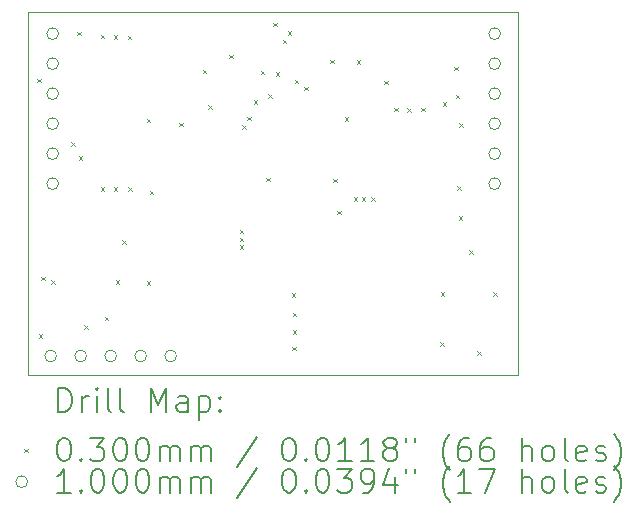
<source format=gbr>
%TF.GenerationSoftware,KiCad,Pcbnew,8.0.4*%
%TF.CreationDate,2025-01-10T16:33:53-05:00*%
%TF.ProjectId,X17-Data-Conversion,5831372d-4461-4746-912d-436f6e766572,rev?*%
%TF.SameCoordinates,Original*%
%TF.FileFunction,Drillmap*%
%TF.FilePolarity,Positive*%
%FSLAX45Y45*%
G04 Gerber Fmt 4.5, Leading zero omitted, Abs format (unit mm)*
G04 Created by KiCad (PCBNEW 8.0.4) date 2025-01-10 16:33:53*
%MOMM*%
%LPD*%
G01*
G04 APERTURE LIST*
%ADD10C,0.050000*%
%ADD11C,0.200000*%
%ADD12C,0.100000*%
G04 APERTURE END LIST*
D10*
X14075000Y-6600000D02*
X18225000Y-6600000D01*
X18225000Y-9671000D01*
X14075000Y-9671000D01*
X14075000Y-6600000D01*
D11*
D12*
X14156000Y-7164000D02*
X14186000Y-7194000D01*
X14186000Y-7164000D02*
X14156000Y-7194000D01*
X14168000Y-9328000D02*
X14198000Y-9358000D01*
X14198000Y-9328000D02*
X14168000Y-9358000D01*
X14190018Y-8841179D02*
X14220018Y-8871179D01*
X14220018Y-8841179D02*
X14190018Y-8871179D01*
X14271000Y-8872000D02*
X14301000Y-8902000D01*
X14301000Y-8872000D02*
X14271000Y-8902000D01*
X14443000Y-7705000D02*
X14473000Y-7735000D01*
X14473000Y-7705000D02*
X14443000Y-7735000D01*
X14495000Y-6768000D02*
X14525000Y-6798000D01*
X14525000Y-6768000D02*
X14495000Y-6798000D01*
X14506000Y-7820000D02*
X14536000Y-7850000D01*
X14536000Y-7820000D02*
X14506000Y-7850000D01*
X14552000Y-9254000D02*
X14582000Y-9284000D01*
X14582000Y-9254000D02*
X14552000Y-9284000D01*
X14691000Y-8085000D02*
X14721000Y-8115000D01*
X14721000Y-8085000D02*
X14691000Y-8115000D01*
X14693000Y-6794000D02*
X14723000Y-6824000D01*
X14723000Y-6794000D02*
X14693000Y-6824000D01*
X14726000Y-9181000D02*
X14756000Y-9211000D01*
X14756000Y-9181000D02*
X14726000Y-9211000D01*
X14801000Y-6798000D02*
X14831000Y-6828000D01*
X14831000Y-6798000D02*
X14801000Y-6828000D01*
X14802000Y-8086000D02*
X14832000Y-8116000D01*
X14832000Y-8086000D02*
X14802000Y-8116000D01*
X14819000Y-8871000D02*
X14849000Y-8901000D01*
X14849000Y-8871000D02*
X14819000Y-8901000D01*
X14871750Y-8531000D02*
X14901750Y-8561000D01*
X14901750Y-8531000D02*
X14871750Y-8561000D01*
X14920000Y-6800000D02*
X14950000Y-6830000D01*
X14950000Y-6800000D02*
X14920000Y-6830000D01*
X14925000Y-8086000D02*
X14955000Y-8116000D01*
X14955000Y-8086000D02*
X14925000Y-8116000D01*
X15081000Y-7503000D02*
X15111000Y-7533000D01*
X15111000Y-7503000D02*
X15081000Y-7533000D01*
X15083000Y-8880000D02*
X15113000Y-8910000D01*
X15113000Y-8880000D02*
X15083000Y-8910000D01*
X15105000Y-8113000D02*
X15135000Y-8143000D01*
X15135000Y-8113000D02*
X15105000Y-8143000D01*
X15358530Y-7536530D02*
X15388530Y-7566530D01*
X15388530Y-7536530D02*
X15358530Y-7566530D01*
X15556000Y-7089000D02*
X15586000Y-7119000D01*
X15586000Y-7089000D02*
X15556000Y-7119000D01*
X15601000Y-7389700D02*
X15631000Y-7419700D01*
X15631000Y-7389700D02*
X15601000Y-7419700D01*
X15780000Y-6963000D02*
X15810000Y-6993000D01*
X15810000Y-6963000D02*
X15780000Y-6993000D01*
X15867000Y-8574000D02*
X15897000Y-8604000D01*
X15897000Y-8574000D02*
X15867000Y-8604000D01*
X15868000Y-8443000D02*
X15898000Y-8473000D01*
X15898000Y-8443000D02*
X15868000Y-8473000D01*
X15868000Y-8510000D02*
X15898000Y-8540000D01*
X15898000Y-8510000D02*
X15868000Y-8540000D01*
X15892000Y-7561000D02*
X15922000Y-7591000D01*
X15922000Y-7561000D02*
X15892000Y-7591000D01*
X15933300Y-7488000D02*
X15963300Y-7518000D01*
X15963300Y-7488000D02*
X15933300Y-7518000D01*
X15986944Y-7349056D02*
X16016944Y-7379056D01*
X16016944Y-7349056D02*
X15986944Y-7379056D01*
X16046000Y-7096000D02*
X16076000Y-7126000D01*
X16076000Y-7096000D02*
X16046000Y-7126000D01*
X16092000Y-8003000D02*
X16122000Y-8033000D01*
X16122000Y-8003000D02*
X16092000Y-8033000D01*
X16111930Y-7296700D02*
X16141930Y-7326700D01*
X16141930Y-7296700D02*
X16111930Y-7326700D01*
X16153000Y-6692000D02*
X16183000Y-6722000D01*
X16183000Y-6692000D02*
X16153000Y-6722000D01*
X16173535Y-7111500D02*
X16203535Y-7141500D01*
X16203535Y-7111500D02*
X16173535Y-7141500D01*
X16234000Y-6834000D02*
X16264000Y-6864000D01*
X16264000Y-6834000D02*
X16234000Y-6864000D01*
X16275009Y-6765310D02*
X16305009Y-6795310D01*
X16305009Y-6765310D02*
X16275009Y-6795310D01*
X16310700Y-8982826D02*
X16340700Y-9012826D01*
X16340700Y-8982826D02*
X16310700Y-9012826D01*
X16314000Y-9433000D02*
X16344000Y-9463000D01*
X16344000Y-9433000D02*
X16314000Y-9463000D01*
X16316000Y-9148000D02*
X16346000Y-9178000D01*
X16346000Y-9148000D02*
X16316000Y-9178000D01*
X16316000Y-9293000D02*
X16346000Y-9323000D01*
X16346000Y-9293000D02*
X16316000Y-9323000D01*
X16335000Y-7174200D02*
X16365000Y-7204200D01*
X16365000Y-7174200D02*
X16335000Y-7204200D01*
X16413000Y-7234000D02*
X16443000Y-7264000D01*
X16443000Y-7234000D02*
X16413000Y-7264000D01*
X16637000Y-7006000D02*
X16667000Y-7036000D01*
X16667000Y-7006000D02*
X16637000Y-7036000D01*
X16659000Y-8012000D02*
X16689000Y-8042000D01*
X16689000Y-8012000D02*
X16659000Y-8042000D01*
X16694000Y-8282000D02*
X16724000Y-8312000D01*
X16724000Y-8282000D02*
X16694000Y-8312000D01*
X16757000Y-7491700D02*
X16787000Y-7521700D01*
X16787000Y-7491700D02*
X16757000Y-7521700D01*
X16833000Y-8170000D02*
X16863000Y-8200000D01*
X16863000Y-8170000D02*
X16833000Y-8200000D01*
X16858000Y-7011000D02*
X16888000Y-7041000D01*
X16888000Y-7011000D02*
X16858000Y-7041000D01*
X16900000Y-8171000D02*
X16930000Y-8201000D01*
X16930000Y-8171000D02*
X16900000Y-8201000D01*
X16980000Y-8169000D02*
X17010000Y-8199000D01*
X17010000Y-8169000D02*
X16980000Y-8199000D01*
X17090500Y-7180500D02*
X17120500Y-7210500D01*
X17120500Y-7180500D02*
X17090500Y-7210500D01*
X17177000Y-7410000D02*
X17207000Y-7440000D01*
X17207000Y-7410000D02*
X17177000Y-7440000D01*
X17288000Y-7416000D02*
X17318000Y-7446000D01*
X17318000Y-7416000D02*
X17288000Y-7446000D01*
X17404000Y-7412000D02*
X17434000Y-7442000D01*
X17434000Y-7412000D02*
X17404000Y-7442000D01*
X17567700Y-9395926D02*
X17597700Y-9425926D01*
X17597700Y-9395926D02*
X17567700Y-9425926D01*
X17571700Y-8972068D02*
X17601700Y-9002068D01*
X17601700Y-8972068D02*
X17571700Y-9002068D01*
X17587000Y-7366300D02*
X17617000Y-7396300D01*
X17617000Y-7366300D02*
X17587000Y-7396300D01*
X17687000Y-7063000D02*
X17717000Y-7093000D01*
X17717000Y-7063000D02*
X17687000Y-7093000D01*
X17699000Y-7299000D02*
X17729000Y-7329000D01*
X17729000Y-7299000D02*
X17699000Y-7329000D01*
X17712000Y-8077000D02*
X17742000Y-8107000D01*
X17742000Y-8077000D02*
X17712000Y-8107000D01*
X17723000Y-8330000D02*
X17753000Y-8360000D01*
X17753000Y-8330000D02*
X17723000Y-8360000D01*
X17726000Y-7541000D02*
X17756000Y-7571000D01*
X17756000Y-7541000D02*
X17726000Y-7571000D01*
X17814000Y-8618000D02*
X17844000Y-8648000D01*
X17844000Y-8618000D02*
X17814000Y-8648000D01*
X17881700Y-9473826D02*
X17911700Y-9503826D01*
X17911700Y-9473826D02*
X17881700Y-9503826D01*
X18016500Y-8971500D02*
X18046500Y-9001500D01*
X18046500Y-8971500D02*
X18016500Y-9001500D01*
X14318000Y-9512000D02*
G75*
G02*
X14218000Y-9512000I-50000J0D01*
G01*
X14218000Y-9512000D02*
G75*
G02*
X14318000Y-9512000I50000J0D01*
G01*
X14334750Y-6784000D02*
G75*
G02*
X14234750Y-6784000I-50000J0D01*
G01*
X14234750Y-6784000D02*
G75*
G02*
X14334750Y-6784000I50000J0D01*
G01*
X14334750Y-7038000D02*
G75*
G02*
X14234750Y-7038000I-50000J0D01*
G01*
X14234750Y-7038000D02*
G75*
G02*
X14334750Y-7038000I50000J0D01*
G01*
X14334750Y-7292000D02*
G75*
G02*
X14234750Y-7292000I-50000J0D01*
G01*
X14234750Y-7292000D02*
G75*
G02*
X14334750Y-7292000I50000J0D01*
G01*
X14334750Y-7546000D02*
G75*
G02*
X14234750Y-7546000I-50000J0D01*
G01*
X14234750Y-7546000D02*
G75*
G02*
X14334750Y-7546000I50000J0D01*
G01*
X14334750Y-7800000D02*
G75*
G02*
X14234750Y-7800000I-50000J0D01*
G01*
X14234750Y-7800000D02*
G75*
G02*
X14334750Y-7800000I50000J0D01*
G01*
X14334750Y-8054000D02*
G75*
G02*
X14234750Y-8054000I-50000J0D01*
G01*
X14234750Y-8054000D02*
G75*
G02*
X14334750Y-8054000I50000J0D01*
G01*
X14572000Y-9512000D02*
G75*
G02*
X14472000Y-9512000I-50000J0D01*
G01*
X14472000Y-9512000D02*
G75*
G02*
X14572000Y-9512000I50000J0D01*
G01*
X14826000Y-9512000D02*
G75*
G02*
X14726000Y-9512000I-50000J0D01*
G01*
X14726000Y-9512000D02*
G75*
G02*
X14826000Y-9512000I50000J0D01*
G01*
X15080000Y-9512000D02*
G75*
G02*
X14980000Y-9512000I-50000J0D01*
G01*
X14980000Y-9512000D02*
G75*
G02*
X15080000Y-9512000I50000J0D01*
G01*
X15334000Y-9512000D02*
G75*
G02*
X15234000Y-9512000I-50000J0D01*
G01*
X15234000Y-9512000D02*
G75*
G02*
X15334000Y-9512000I50000J0D01*
G01*
X18077250Y-6784000D02*
G75*
G02*
X17977250Y-6784000I-50000J0D01*
G01*
X17977250Y-6784000D02*
G75*
G02*
X18077250Y-6784000I50000J0D01*
G01*
X18077250Y-7038000D02*
G75*
G02*
X17977250Y-7038000I-50000J0D01*
G01*
X17977250Y-7038000D02*
G75*
G02*
X18077250Y-7038000I50000J0D01*
G01*
X18077250Y-7292000D02*
G75*
G02*
X17977250Y-7292000I-50000J0D01*
G01*
X17977250Y-7292000D02*
G75*
G02*
X18077250Y-7292000I50000J0D01*
G01*
X18077250Y-7546000D02*
G75*
G02*
X17977250Y-7546000I-50000J0D01*
G01*
X17977250Y-7546000D02*
G75*
G02*
X18077250Y-7546000I50000J0D01*
G01*
X18077250Y-7800000D02*
G75*
G02*
X17977250Y-7800000I-50000J0D01*
G01*
X17977250Y-7800000D02*
G75*
G02*
X18077250Y-7800000I50000J0D01*
G01*
X18077250Y-8054000D02*
G75*
G02*
X17977250Y-8054000I-50000J0D01*
G01*
X17977250Y-8054000D02*
G75*
G02*
X18077250Y-8054000I50000J0D01*
G01*
D11*
X14333277Y-9984984D02*
X14333277Y-9784984D01*
X14333277Y-9784984D02*
X14380896Y-9784984D01*
X14380896Y-9784984D02*
X14409467Y-9794508D01*
X14409467Y-9794508D02*
X14428515Y-9813555D01*
X14428515Y-9813555D02*
X14438039Y-9832603D01*
X14438039Y-9832603D02*
X14447562Y-9870698D01*
X14447562Y-9870698D02*
X14447562Y-9899270D01*
X14447562Y-9899270D02*
X14438039Y-9937365D01*
X14438039Y-9937365D02*
X14428515Y-9956412D01*
X14428515Y-9956412D02*
X14409467Y-9975460D01*
X14409467Y-9975460D02*
X14380896Y-9984984D01*
X14380896Y-9984984D02*
X14333277Y-9984984D01*
X14533277Y-9984984D02*
X14533277Y-9851650D01*
X14533277Y-9889746D02*
X14542801Y-9870698D01*
X14542801Y-9870698D02*
X14552324Y-9861174D01*
X14552324Y-9861174D02*
X14571372Y-9851650D01*
X14571372Y-9851650D02*
X14590420Y-9851650D01*
X14657086Y-9984984D02*
X14657086Y-9851650D01*
X14657086Y-9784984D02*
X14647562Y-9794508D01*
X14647562Y-9794508D02*
X14657086Y-9804031D01*
X14657086Y-9804031D02*
X14666610Y-9794508D01*
X14666610Y-9794508D02*
X14657086Y-9784984D01*
X14657086Y-9784984D02*
X14657086Y-9804031D01*
X14780896Y-9984984D02*
X14761848Y-9975460D01*
X14761848Y-9975460D02*
X14752324Y-9956412D01*
X14752324Y-9956412D02*
X14752324Y-9784984D01*
X14885658Y-9984984D02*
X14866610Y-9975460D01*
X14866610Y-9975460D02*
X14857086Y-9956412D01*
X14857086Y-9956412D02*
X14857086Y-9784984D01*
X15114229Y-9984984D02*
X15114229Y-9784984D01*
X15114229Y-9784984D02*
X15180896Y-9927841D01*
X15180896Y-9927841D02*
X15247562Y-9784984D01*
X15247562Y-9784984D02*
X15247562Y-9984984D01*
X15428515Y-9984984D02*
X15428515Y-9880222D01*
X15428515Y-9880222D02*
X15418991Y-9861174D01*
X15418991Y-9861174D02*
X15399943Y-9851650D01*
X15399943Y-9851650D02*
X15361848Y-9851650D01*
X15361848Y-9851650D02*
X15342801Y-9861174D01*
X15428515Y-9975460D02*
X15409467Y-9984984D01*
X15409467Y-9984984D02*
X15361848Y-9984984D01*
X15361848Y-9984984D02*
X15342801Y-9975460D01*
X15342801Y-9975460D02*
X15333277Y-9956412D01*
X15333277Y-9956412D02*
X15333277Y-9937365D01*
X15333277Y-9937365D02*
X15342801Y-9918317D01*
X15342801Y-9918317D02*
X15361848Y-9908793D01*
X15361848Y-9908793D02*
X15409467Y-9908793D01*
X15409467Y-9908793D02*
X15428515Y-9899270D01*
X15523753Y-9851650D02*
X15523753Y-10051650D01*
X15523753Y-9861174D02*
X15542801Y-9851650D01*
X15542801Y-9851650D02*
X15580896Y-9851650D01*
X15580896Y-9851650D02*
X15599943Y-9861174D01*
X15599943Y-9861174D02*
X15609467Y-9870698D01*
X15609467Y-9870698D02*
X15618991Y-9889746D01*
X15618991Y-9889746D02*
X15618991Y-9946889D01*
X15618991Y-9946889D02*
X15609467Y-9965936D01*
X15609467Y-9965936D02*
X15599943Y-9975460D01*
X15599943Y-9975460D02*
X15580896Y-9984984D01*
X15580896Y-9984984D02*
X15542801Y-9984984D01*
X15542801Y-9984984D02*
X15523753Y-9975460D01*
X15704705Y-9965936D02*
X15714229Y-9975460D01*
X15714229Y-9975460D02*
X15704705Y-9984984D01*
X15704705Y-9984984D02*
X15695182Y-9975460D01*
X15695182Y-9975460D02*
X15704705Y-9965936D01*
X15704705Y-9965936D02*
X15704705Y-9984984D01*
X15704705Y-9861174D02*
X15714229Y-9870698D01*
X15714229Y-9870698D02*
X15704705Y-9880222D01*
X15704705Y-9880222D02*
X15695182Y-9870698D01*
X15695182Y-9870698D02*
X15704705Y-9861174D01*
X15704705Y-9861174D02*
X15704705Y-9880222D01*
D12*
X14042500Y-10298500D02*
X14072500Y-10328500D01*
X14072500Y-10298500D02*
X14042500Y-10328500D01*
D11*
X14371372Y-10204984D02*
X14390420Y-10204984D01*
X14390420Y-10204984D02*
X14409467Y-10214508D01*
X14409467Y-10214508D02*
X14418991Y-10224031D01*
X14418991Y-10224031D02*
X14428515Y-10243079D01*
X14428515Y-10243079D02*
X14438039Y-10281174D01*
X14438039Y-10281174D02*
X14438039Y-10328793D01*
X14438039Y-10328793D02*
X14428515Y-10366889D01*
X14428515Y-10366889D02*
X14418991Y-10385936D01*
X14418991Y-10385936D02*
X14409467Y-10395460D01*
X14409467Y-10395460D02*
X14390420Y-10404984D01*
X14390420Y-10404984D02*
X14371372Y-10404984D01*
X14371372Y-10404984D02*
X14352324Y-10395460D01*
X14352324Y-10395460D02*
X14342801Y-10385936D01*
X14342801Y-10385936D02*
X14333277Y-10366889D01*
X14333277Y-10366889D02*
X14323753Y-10328793D01*
X14323753Y-10328793D02*
X14323753Y-10281174D01*
X14323753Y-10281174D02*
X14333277Y-10243079D01*
X14333277Y-10243079D02*
X14342801Y-10224031D01*
X14342801Y-10224031D02*
X14352324Y-10214508D01*
X14352324Y-10214508D02*
X14371372Y-10204984D01*
X14523753Y-10385936D02*
X14533277Y-10395460D01*
X14533277Y-10395460D02*
X14523753Y-10404984D01*
X14523753Y-10404984D02*
X14514229Y-10395460D01*
X14514229Y-10395460D02*
X14523753Y-10385936D01*
X14523753Y-10385936D02*
X14523753Y-10404984D01*
X14599943Y-10204984D02*
X14723753Y-10204984D01*
X14723753Y-10204984D02*
X14657086Y-10281174D01*
X14657086Y-10281174D02*
X14685658Y-10281174D01*
X14685658Y-10281174D02*
X14704705Y-10290698D01*
X14704705Y-10290698D02*
X14714229Y-10300222D01*
X14714229Y-10300222D02*
X14723753Y-10319270D01*
X14723753Y-10319270D02*
X14723753Y-10366889D01*
X14723753Y-10366889D02*
X14714229Y-10385936D01*
X14714229Y-10385936D02*
X14704705Y-10395460D01*
X14704705Y-10395460D02*
X14685658Y-10404984D01*
X14685658Y-10404984D02*
X14628515Y-10404984D01*
X14628515Y-10404984D02*
X14609467Y-10395460D01*
X14609467Y-10395460D02*
X14599943Y-10385936D01*
X14847562Y-10204984D02*
X14866610Y-10204984D01*
X14866610Y-10204984D02*
X14885658Y-10214508D01*
X14885658Y-10214508D02*
X14895182Y-10224031D01*
X14895182Y-10224031D02*
X14904705Y-10243079D01*
X14904705Y-10243079D02*
X14914229Y-10281174D01*
X14914229Y-10281174D02*
X14914229Y-10328793D01*
X14914229Y-10328793D02*
X14904705Y-10366889D01*
X14904705Y-10366889D02*
X14895182Y-10385936D01*
X14895182Y-10385936D02*
X14885658Y-10395460D01*
X14885658Y-10395460D02*
X14866610Y-10404984D01*
X14866610Y-10404984D02*
X14847562Y-10404984D01*
X14847562Y-10404984D02*
X14828515Y-10395460D01*
X14828515Y-10395460D02*
X14818991Y-10385936D01*
X14818991Y-10385936D02*
X14809467Y-10366889D01*
X14809467Y-10366889D02*
X14799943Y-10328793D01*
X14799943Y-10328793D02*
X14799943Y-10281174D01*
X14799943Y-10281174D02*
X14809467Y-10243079D01*
X14809467Y-10243079D02*
X14818991Y-10224031D01*
X14818991Y-10224031D02*
X14828515Y-10214508D01*
X14828515Y-10214508D02*
X14847562Y-10204984D01*
X15038039Y-10204984D02*
X15057086Y-10204984D01*
X15057086Y-10204984D02*
X15076134Y-10214508D01*
X15076134Y-10214508D02*
X15085658Y-10224031D01*
X15085658Y-10224031D02*
X15095182Y-10243079D01*
X15095182Y-10243079D02*
X15104705Y-10281174D01*
X15104705Y-10281174D02*
X15104705Y-10328793D01*
X15104705Y-10328793D02*
X15095182Y-10366889D01*
X15095182Y-10366889D02*
X15085658Y-10385936D01*
X15085658Y-10385936D02*
X15076134Y-10395460D01*
X15076134Y-10395460D02*
X15057086Y-10404984D01*
X15057086Y-10404984D02*
X15038039Y-10404984D01*
X15038039Y-10404984D02*
X15018991Y-10395460D01*
X15018991Y-10395460D02*
X15009467Y-10385936D01*
X15009467Y-10385936D02*
X14999943Y-10366889D01*
X14999943Y-10366889D02*
X14990420Y-10328793D01*
X14990420Y-10328793D02*
X14990420Y-10281174D01*
X14990420Y-10281174D02*
X14999943Y-10243079D01*
X14999943Y-10243079D02*
X15009467Y-10224031D01*
X15009467Y-10224031D02*
X15018991Y-10214508D01*
X15018991Y-10214508D02*
X15038039Y-10204984D01*
X15190420Y-10404984D02*
X15190420Y-10271650D01*
X15190420Y-10290698D02*
X15199943Y-10281174D01*
X15199943Y-10281174D02*
X15218991Y-10271650D01*
X15218991Y-10271650D02*
X15247563Y-10271650D01*
X15247563Y-10271650D02*
X15266610Y-10281174D01*
X15266610Y-10281174D02*
X15276134Y-10300222D01*
X15276134Y-10300222D02*
X15276134Y-10404984D01*
X15276134Y-10300222D02*
X15285658Y-10281174D01*
X15285658Y-10281174D02*
X15304705Y-10271650D01*
X15304705Y-10271650D02*
X15333277Y-10271650D01*
X15333277Y-10271650D02*
X15352324Y-10281174D01*
X15352324Y-10281174D02*
X15361848Y-10300222D01*
X15361848Y-10300222D02*
X15361848Y-10404984D01*
X15457086Y-10404984D02*
X15457086Y-10271650D01*
X15457086Y-10290698D02*
X15466610Y-10281174D01*
X15466610Y-10281174D02*
X15485658Y-10271650D01*
X15485658Y-10271650D02*
X15514229Y-10271650D01*
X15514229Y-10271650D02*
X15533277Y-10281174D01*
X15533277Y-10281174D02*
X15542801Y-10300222D01*
X15542801Y-10300222D02*
X15542801Y-10404984D01*
X15542801Y-10300222D02*
X15552324Y-10281174D01*
X15552324Y-10281174D02*
X15571372Y-10271650D01*
X15571372Y-10271650D02*
X15599943Y-10271650D01*
X15599943Y-10271650D02*
X15618991Y-10281174D01*
X15618991Y-10281174D02*
X15628515Y-10300222D01*
X15628515Y-10300222D02*
X15628515Y-10404984D01*
X16018991Y-10195460D02*
X15847563Y-10452603D01*
X16276134Y-10204984D02*
X16295182Y-10204984D01*
X16295182Y-10204984D02*
X16314229Y-10214508D01*
X16314229Y-10214508D02*
X16323753Y-10224031D01*
X16323753Y-10224031D02*
X16333277Y-10243079D01*
X16333277Y-10243079D02*
X16342801Y-10281174D01*
X16342801Y-10281174D02*
X16342801Y-10328793D01*
X16342801Y-10328793D02*
X16333277Y-10366889D01*
X16333277Y-10366889D02*
X16323753Y-10385936D01*
X16323753Y-10385936D02*
X16314229Y-10395460D01*
X16314229Y-10395460D02*
X16295182Y-10404984D01*
X16295182Y-10404984D02*
X16276134Y-10404984D01*
X16276134Y-10404984D02*
X16257086Y-10395460D01*
X16257086Y-10395460D02*
X16247563Y-10385936D01*
X16247563Y-10385936D02*
X16238039Y-10366889D01*
X16238039Y-10366889D02*
X16228515Y-10328793D01*
X16228515Y-10328793D02*
X16228515Y-10281174D01*
X16228515Y-10281174D02*
X16238039Y-10243079D01*
X16238039Y-10243079D02*
X16247563Y-10224031D01*
X16247563Y-10224031D02*
X16257086Y-10214508D01*
X16257086Y-10214508D02*
X16276134Y-10204984D01*
X16428515Y-10385936D02*
X16438039Y-10395460D01*
X16438039Y-10395460D02*
X16428515Y-10404984D01*
X16428515Y-10404984D02*
X16418991Y-10395460D01*
X16418991Y-10395460D02*
X16428515Y-10385936D01*
X16428515Y-10385936D02*
X16428515Y-10404984D01*
X16561848Y-10204984D02*
X16580896Y-10204984D01*
X16580896Y-10204984D02*
X16599944Y-10214508D01*
X16599944Y-10214508D02*
X16609467Y-10224031D01*
X16609467Y-10224031D02*
X16618991Y-10243079D01*
X16618991Y-10243079D02*
X16628515Y-10281174D01*
X16628515Y-10281174D02*
X16628515Y-10328793D01*
X16628515Y-10328793D02*
X16618991Y-10366889D01*
X16618991Y-10366889D02*
X16609467Y-10385936D01*
X16609467Y-10385936D02*
X16599944Y-10395460D01*
X16599944Y-10395460D02*
X16580896Y-10404984D01*
X16580896Y-10404984D02*
X16561848Y-10404984D01*
X16561848Y-10404984D02*
X16542801Y-10395460D01*
X16542801Y-10395460D02*
X16533277Y-10385936D01*
X16533277Y-10385936D02*
X16523753Y-10366889D01*
X16523753Y-10366889D02*
X16514229Y-10328793D01*
X16514229Y-10328793D02*
X16514229Y-10281174D01*
X16514229Y-10281174D02*
X16523753Y-10243079D01*
X16523753Y-10243079D02*
X16533277Y-10224031D01*
X16533277Y-10224031D02*
X16542801Y-10214508D01*
X16542801Y-10214508D02*
X16561848Y-10204984D01*
X16818991Y-10404984D02*
X16704706Y-10404984D01*
X16761848Y-10404984D02*
X16761848Y-10204984D01*
X16761848Y-10204984D02*
X16742801Y-10233555D01*
X16742801Y-10233555D02*
X16723753Y-10252603D01*
X16723753Y-10252603D02*
X16704706Y-10262127D01*
X17009468Y-10404984D02*
X16895182Y-10404984D01*
X16952325Y-10404984D02*
X16952325Y-10204984D01*
X16952325Y-10204984D02*
X16933277Y-10233555D01*
X16933277Y-10233555D02*
X16914229Y-10252603D01*
X16914229Y-10252603D02*
X16895182Y-10262127D01*
X17123753Y-10290698D02*
X17104706Y-10281174D01*
X17104706Y-10281174D02*
X17095182Y-10271650D01*
X17095182Y-10271650D02*
X17085658Y-10252603D01*
X17085658Y-10252603D02*
X17085658Y-10243079D01*
X17085658Y-10243079D02*
X17095182Y-10224031D01*
X17095182Y-10224031D02*
X17104706Y-10214508D01*
X17104706Y-10214508D02*
X17123753Y-10204984D01*
X17123753Y-10204984D02*
X17161849Y-10204984D01*
X17161849Y-10204984D02*
X17180896Y-10214508D01*
X17180896Y-10214508D02*
X17190420Y-10224031D01*
X17190420Y-10224031D02*
X17199944Y-10243079D01*
X17199944Y-10243079D02*
X17199944Y-10252603D01*
X17199944Y-10252603D02*
X17190420Y-10271650D01*
X17190420Y-10271650D02*
X17180896Y-10281174D01*
X17180896Y-10281174D02*
X17161849Y-10290698D01*
X17161849Y-10290698D02*
X17123753Y-10290698D01*
X17123753Y-10290698D02*
X17104706Y-10300222D01*
X17104706Y-10300222D02*
X17095182Y-10309746D01*
X17095182Y-10309746D02*
X17085658Y-10328793D01*
X17085658Y-10328793D02*
X17085658Y-10366889D01*
X17085658Y-10366889D02*
X17095182Y-10385936D01*
X17095182Y-10385936D02*
X17104706Y-10395460D01*
X17104706Y-10395460D02*
X17123753Y-10404984D01*
X17123753Y-10404984D02*
X17161849Y-10404984D01*
X17161849Y-10404984D02*
X17180896Y-10395460D01*
X17180896Y-10395460D02*
X17190420Y-10385936D01*
X17190420Y-10385936D02*
X17199944Y-10366889D01*
X17199944Y-10366889D02*
X17199944Y-10328793D01*
X17199944Y-10328793D02*
X17190420Y-10309746D01*
X17190420Y-10309746D02*
X17180896Y-10300222D01*
X17180896Y-10300222D02*
X17161849Y-10290698D01*
X17276134Y-10204984D02*
X17276134Y-10243079D01*
X17352325Y-10204984D02*
X17352325Y-10243079D01*
X17647563Y-10481174D02*
X17638039Y-10471650D01*
X17638039Y-10471650D02*
X17618991Y-10443079D01*
X17618991Y-10443079D02*
X17609468Y-10424031D01*
X17609468Y-10424031D02*
X17599944Y-10395460D01*
X17599944Y-10395460D02*
X17590420Y-10347841D01*
X17590420Y-10347841D02*
X17590420Y-10309746D01*
X17590420Y-10309746D02*
X17599944Y-10262127D01*
X17599944Y-10262127D02*
X17609468Y-10233555D01*
X17609468Y-10233555D02*
X17618991Y-10214508D01*
X17618991Y-10214508D02*
X17638039Y-10185936D01*
X17638039Y-10185936D02*
X17647563Y-10176412D01*
X17809468Y-10204984D02*
X17771372Y-10204984D01*
X17771372Y-10204984D02*
X17752325Y-10214508D01*
X17752325Y-10214508D02*
X17742801Y-10224031D01*
X17742801Y-10224031D02*
X17723753Y-10252603D01*
X17723753Y-10252603D02*
X17714230Y-10290698D01*
X17714230Y-10290698D02*
X17714230Y-10366889D01*
X17714230Y-10366889D02*
X17723753Y-10385936D01*
X17723753Y-10385936D02*
X17733277Y-10395460D01*
X17733277Y-10395460D02*
X17752325Y-10404984D01*
X17752325Y-10404984D02*
X17790420Y-10404984D01*
X17790420Y-10404984D02*
X17809468Y-10395460D01*
X17809468Y-10395460D02*
X17818991Y-10385936D01*
X17818991Y-10385936D02*
X17828515Y-10366889D01*
X17828515Y-10366889D02*
X17828515Y-10319270D01*
X17828515Y-10319270D02*
X17818991Y-10300222D01*
X17818991Y-10300222D02*
X17809468Y-10290698D01*
X17809468Y-10290698D02*
X17790420Y-10281174D01*
X17790420Y-10281174D02*
X17752325Y-10281174D01*
X17752325Y-10281174D02*
X17733277Y-10290698D01*
X17733277Y-10290698D02*
X17723753Y-10300222D01*
X17723753Y-10300222D02*
X17714230Y-10319270D01*
X17999944Y-10204984D02*
X17961849Y-10204984D01*
X17961849Y-10204984D02*
X17942801Y-10214508D01*
X17942801Y-10214508D02*
X17933277Y-10224031D01*
X17933277Y-10224031D02*
X17914230Y-10252603D01*
X17914230Y-10252603D02*
X17904706Y-10290698D01*
X17904706Y-10290698D02*
X17904706Y-10366889D01*
X17904706Y-10366889D02*
X17914230Y-10385936D01*
X17914230Y-10385936D02*
X17923753Y-10395460D01*
X17923753Y-10395460D02*
X17942801Y-10404984D01*
X17942801Y-10404984D02*
X17980896Y-10404984D01*
X17980896Y-10404984D02*
X17999944Y-10395460D01*
X17999944Y-10395460D02*
X18009468Y-10385936D01*
X18009468Y-10385936D02*
X18018991Y-10366889D01*
X18018991Y-10366889D02*
X18018991Y-10319270D01*
X18018991Y-10319270D02*
X18009468Y-10300222D01*
X18009468Y-10300222D02*
X17999944Y-10290698D01*
X17999944Y-10290698D02*
X17980896Y-10281174D01*
X17980896Y-10281174D02*
X17942801Y-10281174D01*
X17942801Y-10281174D02*
X17923753Y-10290698D01*
X17923753Y-10290698D02*
X17914230Y-10300222D01*
X17914230Y-10300222D02*
X17904706Y-10319270D01*
X18257087Y-10404984D02*
X18257087Y-10204984D01*
X18342801Y-10404984D02*
X18342801Y-10300222D01*
X18342801Y-10300222D02*
X18333277Y-10281174D01*
X18333277Y-10281174D02*
X18314230Y-10271650D01*
X18314230Y-10271650D02*
X18285658Y-10271650D01*
X18285658Y-10271650D02*
X18266611Y-10281174D01*
X18266611Y-10281174D02*
X18257087Y-10290698D01*
X18466611Y-10404984D02*
X18447563Y-10395460D01*
X18447563Y-10395460D02*
X18438039Y-10385936D01*
X18438039Y-10385936D02*
X18428515Y-10366889D01*
X18428515Y-10366889D02*
X18428515Y-10309746D01*
X18428515Y-10309746D02*
X18438039Y-10290698D01*
X18438039Y-10290698D02*
X18447563Y-10281174D01*
X18447563Y-10281174D02*
X18466611Y-10271650D01*
X18466611Y-10271650D02*
X18495182Y-10271650D01*
X18495182Y-10271650D02*
X18514230Y-10281174D01*
X18514230Y-10281174D02*
X18523753Y-10290698D01*
X18523753Y-10290698D02*
X18533277Y-10309746D01*
X18533277Y-10309746D02*
X18533277Y-10366889D01*
X18533277Y-10366889D02*
X18523753Y-10385936D01*
X18523753Y-10385936D02*
X18514230Y-10395460D01*
X18514230Y-10395460D02*
X18495182Y-10404984D01*
X18495182Y-10404984D02*
X18466611Y-10404984D01*
X18647563Y-10404984D02*
X18628515Y-10395460D01*
X18628515Y-10395460D02*
X18618992Y-10376412D01*
X18618992Y-10376412D02*
X18618992Y-10204984D01*
X18799944Y-10395460D02*
X18780896Y-10404984D01*
X18780896Y-10404984D02*
X18742801Y-10404984D01*
X18742801Y-10404984D02*
X18723753Y-10395460D01*
X18723753Y-10395460D02*
X18714230Y-10376412D01*
X18714230Y-10376412D02*
X18714230Y-10300222D01*
X18714230Y-10300222D02*
X18723753Y-10281174D01*
X18723753Y-10281174D02*
X18742801Y-10271650D01*
X18742801Y-10271650D02*
X18780896Y-10271650D01*
X18780896Y-10271650D02*
X18799944Y-10281174D01*
X18799944Y-10281174D02*
X18809468Y-10300222D01*
X18809468Y-10300222D02*
X18809468Y-10319270D01*
X18809468Y-10319270D02*
X18714230Y-10338317D01*
X18885658Y-10395460D02*
X18904706Y-10404984D01*
X18904706Y-10404984D02*
X18942801Y-10404984D01*
X18942801Y-10404984D02*
X18961849Y-10395460D01*
X18961849Y-10395460D02*
X18971373Y-10376412D01*
X18971373Y-10376412D02*
X18971373Y-10366889D01*
X18971373Y-10366889D02*
X18961849Y-10347841D01*
X18961849Y-10347841D02*
X18942801Y-10338317D01*
X18942801Y-10338317D02*
X18914230Y-10338317D01*
X18914230Y-10338317D02*
X18895182Y-10328793D01*
X18895182Y-10328793D02*
X18885658Y-10309746D01*
X18885658Y-10309746D02*
X18885658Y-10300222D01*
X18885658Y-10300222D02*
X18895182Y-10281174D01*
X18895182Y-10281174D02*
X18914230Y-10271650D01*
X18914230Y-10271650D02*
X18942801Y-10271650D01*
X18942801Y-10271650D02*
X18961849Y-10281174D01*
X19038039Y-10481174D02*
X19047563Y-10471650D01*
X19047563Y-10471650D02*
X19066611Y-10443079D01*
X19066611Y-10443079D02*
X19076134Y-10424031D01*
X19076134Y-10424031D02*
X19085658Y-10395460D01*
X19085658Y-10395460D02*
X19095182Y-10347841D01*
X19095182Y-10347841D02*
X19095182Y-10309746D01*
X19095182Y-10309746D02*
X19085658Y-10262127D01*
X19085658Y-10262127D02*
X19076134Y-10233555D01*
X19076134Y-10233555D02*
X19066611Y-10214508D01*
X19066611Y-10214508D02*
X19047563Y-10185936D01*
X19047563Y-10185936D02*
X19038039Y-10176412D01*
D12*
X14072500Y-10577500D02*
G75*
G02*
X13972500Y-10577500I-50000J0D01*
G01*
X13972500Y-10577500D02*
G75*
G02*
X14072500Y-10577500I50000J0D01*
G01*
D11*
X14438039Y-10668984D02*
X14323753Y-10668984D01*
X14380896Y-10668984D02*
X14380896Y-10468984D01*
X14380896Y-10468984D02*
X14361848Y-10497555D01*
X14361848Y-10497555D02*
X14342801Y-10516603D01*
X14342801Y-10516603D02*
X14323753Y-10526127D01*
X14523753Y-10649936D02*
X14533277Y-10659460D01*
X14533277Y-10659460D02*
X14523753Y-10668984D01*
X14523753Y-10668984D02*
X14514229Y-10659460D01*
X14514229Y-10659460D02*
X14523753Y-10649936D01*
X14523753Y-10649936D02*
X14523753Y-10668984D01*
X14657086Y-10468984D02*
X14676134Y-10468984D01*
X14676134Y-10468984D02*
X14695182Y-10478508D01*
X14695182Y-10478508D02*
X14704705Y-10488031D01*
X14704705Y-10488031D02*
X14714229Y-10507079D01*
X14714229Y-10507079D02*
X14723753Y-10545174D01*
X14723753Y-10545174D02*
X14723753Y-10592793D01*
X14723753Y-10592793D02*
X14714229Y-10630889D01*
X14714229Y-10630889D02*
X14704705Y-10649936D01*
X14704705Y-10649936D02*
X14695182Y-10659460D01*
X14695182Y-10659460D02*
X14676134Y-10668984D01*
X14676134Y-10668984D02*
X14657086Y-10668984D01*
X14657086Y-10668984D02*
X14638039Y-10659460D01*
X14638039Y-10659460D02*
X14628515Y-10649936D01*
X14628515Y-10649936D02*
X14618991Y-10630889D01*
X14618991Y-10630889D02*
X14609467Y-10592793D01*
X14609467Y-10592793D02*
X14609467Y-10545174D01*
X14609467Y-10545174D02*
X14618991Y-10507079D01*
X14618991Y-10507079D02*
X14628515Y-10488031D01*
X14628515Y-10488031D02*
X14638039Y-10478508D01*
X14638039Y-10478508D02*
X14657086Y-10468984D01*
X14847562Y-10468984D02*
X14866610Y-10468984D01*
X14866610Y-10468984D02*
X14885658Y-10478508D01*
X14885658Y-10478508D02*
X14895182Y-10488031D01*
X14895182Y-10488031D02*
X14904705Y-10507079D01*
X14904705Y-10507079D02*
X14914229Y-10545174D01*
X14914229Y-10545174D02*
X14914229Y-10592793D01*
X14914229Y-10592793D02*
X14904705Y-10630889D01*
X14904705Y-10630889D02*
X14895182Y-10649936D01*
X14895182Y-10649936D02*
X14885658Y-10659460D01*
X14885658Y-10659460D02*
X14866610Y-10668984D01*
X14866610Y-10668984D02*
X14847562Y-10668984D01*
X14847562Y-10668984D02*
X14828515Y-10659460D01*
X14828515Y-10659460D02*
X14818991Y-10649936D01*
X14818991Y-10649936D02*
X14809467Y-10630889D01*
X14809467Y-10630889D02*
X14799943Y-10592793D01*
X14799943Y-10592793D02*
X14799943Y-10545174D01*
X14799943Y-10545174D02*
X14809467Y-10507079D01*
X14809467Y-10507079D02*
X14818991Y-10488031D01*
X14818991Y-10488031D02*
X14828515Y-10478508D01*
X14828515Y-10478508D02*
X14847562Y-10468984D01*
X15038039Y-10468984D02*
X15057086Y-10468984D01*
X15057086Y-10468984D02*
X15076134Y-10478508D01*
X15076134Y-10478508D02*
X15085658Y-10488031D01*
X15085658Y-10488031D02*
X15095182Y-10507079D01*
X15095182Y-10507079D02*
X15104705Y-10545174D01*
X15104705Y-10545174D02*
X15104705Y-10592793D01*
X15104705Y-10592793D02*
X15095182Y-10630889D01*
X15095182Y-10630889D02*
X15085658Y-10649936D01*
X15085658Y-10649936D02*
X15076134Y-10659460D01*
X15076134Y-10659460D02*
X15057086Y-10668984D01*
X15057086Y-10668984D02*
X15038039Y-10668984D01*
X15038039Y-10668984D02*
X15018991Y-10659460D01*
X15018991Y-10659460D02*
X15009467Y-10649936D01*
X15009467Y-10649936D02*
X14999943Y-10630889D01*
X14999943Y-10630889D02*
X14990420Y-10592793D01*
X14990420Y-10592793D02*
X14990420Y-10545174D01*
X14990420Y-10545174D02*
X14999943Y-10507079D01*
X14999943Y-10507079D02*
X15009467Y-10488031D01*
X15009467Y-10488031D02*
X15018991Y-10478508D01*
X15018991Y-10478508D02*
X15038039Y-10468984D01*
X15190420Y-10668984D02*
X15190420Y-10535650D01*
X15190420Y-10554698D02*
X15199943Y-10545174D01*
X15199943Y-10545174D02*
X15218991Y-10535650D01*
X15218991Y-10535650D02*
X15247563Y-10535650D01*
X15247563Y-10535650D02*
X15266610Y-10545174D01*
X15266610Y-10545174D02*
X15276134Y-10564222D01*
X15276134Y-10564222D02*
X15276134Y-10668984D01*
X15276134Y-10564222D02*
X15285658Y-10545174D01*
X15285658Y-10545174D02*
X15304705Y-10535650D01*
X15304705Y-10535650D02*
X15333277Y-10535650D01*
X15333277Y-10535650D02*
X15352324Y-10545174D01*
X15352324Y-10545174D02*
X15361848Y-10564222D01*
X15361848Y-10564222D02*
X15361848Y-10668984D01*
X15457086Y-10668984D02*
X15457086Y-10535650D01*
X15457086Y-10554698D02*
X15466610Y-10545174D01*
X15466610Y-10545174D02*
X15485658Y-10535650D01*
X15485658Y-10535650D02*
X15514229Y-10535650D01*
X15514229Y-10535650D02*
X15533277Y-10545174D01*
X15533277Y-10545174D02*
X15542801Y-10564222D01*
X15542801Y-10564222D02*
X15542801Y-10668984D01*
X15542801Y-10564222D02*
X15552324Y-10545174D01*
X15552324Y-10545174D02*
X15571372Y-10535650D01*
X15571372Y-10535650D02*
X15599943Y-10535650D01*
X15599943Y-10535650D02*
X15618991Y-10545174D01*
X15618991Y-10545174D02*
X15628515Y-10564222D01*
X15628515Y-10564222D02*
X15628515Y-10668984D01*
X16018991Y-10459460D02*
X15847563Y-10716603D01*
X16276134Y-10468984D02*
X16295182Y-10468984D01*
X16295182Y-10468984D02*
X16314229Y-10478508D01*
X16314229Y-10478508D02*
X16323753Y-10488031D01*
X16323753Y-10488031D02*
X16333277Y-10507079D01*
X16333277Y-10507079D02*
X16342801Y-10545174D01*
X16342801Y-10545174D02*
X16342801Y-10592793D01*
X16342801Y-10592793D02*
X16333277Y-10630889D01*
X16333277Y-10630889D02*
X16323753Y-10649936D01*
X16323753Y-10649936D02*
X16314229Y-10659460D01*
X16314229Y-10659460D02*
X16295182Y-10668984D01*
X16295182Y-10668984D02*
X16276134Y-10668984D01*
X16276134Y-10668984D02*
X16257086Y-10659460D01*
X16257086Y-10659460D02*
X16247563Y-10649936D01*
X16247563Y-10649936D02*
X16238039Y-10630889D01*
X16238039Y-10630889D02*
X16228515Y-10592793D01*
X16228515Y-10592793D02*
X16228515Y-10545174D01*
X16228515Y-10545174D02*
X16238039Y-10507079D01*
X16238039Y-10507079D02*
X16247563Y-10488031D01*
X16247563Y-10488031D02*
X16257086Y-10478508D01*
X16257086Y-10478508D02*
X16276134Y-10468984D01*
X16428515Y-10649936D02*
X16438039Y-10659460D01*
X16438039Y-10659460D02*
X16428515Y-10668984D01*
X16428515Y-10668984D02*
X16418991Y-10659460D01*
X16418991Y-10659460D02*
X16428515Y-10649936D01*
X16428515Y-10649936D02*
X16428515Y-10668984D01*
X16561848Y-10468984D02*
X16580896Y-10468984D01*
X16580896Y-10468984D02*
X16599944Y-10478508D01*
X16599944Y-10478508D02*
X16609467Y-10488031D01*
X16609467Y-10488031D02*
X16618991Y-10507079D01*
X16618991Y-10507079D02*
X16628515Y-10545174D01*
X16628515Y-10545174D02*
X16628515Y-10592793D01*
X16628515Y-10592793D02*
X16618991Y-10630889D01*
X16618991Y-10630889D02*
X16609467Y-10649936D01*
X16609467Y-10649936D02*
X16599944Y-10659460D01*
X16599944Y-10659460D02*
X16580896Y-10668984D01*
X16580896Y-10668984D02*
X16561848Y-10668984D01*
X16561848Y-10668984D02*
X16542801Y-10659460D01*
X16542801Y-10659460D02*
X16533277Y-10649936D01*
X16533277Y-10649936D02*
X16523753Y-10630889D01*
X16523753Y-10630889D02*
X16514229Y-10592793D01*
X16514229Y-10592793D02*
X16514229Y-10545174D01*
X16514229Y-10545174D02*
X16523753Y-10507079D01*
X16523753Y-10507079D02*
X16533277Y-10488031D01*
X16533277Y-10488031D02*
X16542801Y-10478508D01*
X16542801Y-10478508D02*
X16561848Y-10468984D01*
X16695182Y-10468984D02*
X16818991Y-10468984D01*
X16818991Y-10468984D02*
X16752325Y-10545174D01*
X16752325Y-10545174D02*
X16780896Y-10545174D01*
X16780896Y-10545174D02*
X16799944Y-10554698D01*
X16799944Y-10554698D02*
X16809468Y-10564222D01*
X16809468Y-10564222D02*
X16818991Y-10583270D01*
X16818991Y-10583270D02*
X16818991Y-10630889D01*
X16818991Y-10630889D02*
X16809468Y-10649936D01*
X16809468Y-10649936D02*
X16799944Y-10659460D01*
X16799944Y-10659460D02*
X16780896Y-10668984D01*
X16780896Y-10668984D02*
X16723753Y-10668984D01*
X16723753Y-10668984D02*
X16704706Y-10659460D01*
X16704706Y-10659460D02*
X16695182Y-10649936D01*
X16914229Y-10668984D02*
X16952325Y-10668984D01*
X16952325Y-10668984D02*
X16971372Y-10659460D01*
X16971372Y-10659460D02*
X16980896Y-10649936D01*
X16980896Y-10649936D02*
X16999944Y-10621365D01*
X16999944Y-10621365D02*
X17009468Y-10583270D01*
X17009468Y-10583270D02*
X17009468Y-10507079D01*
X17009468Y-10507079D02*
X16999944Y-10488031D01*
X16999944Y-10488031D02*
X16990420Y-10478508D01*
X16990420Y-10478508D02*
X16971372Y-10468984D01*
X16971372Y-10468984D02*
X16933277Y-10468984D01*
X16933277Y-10468984D02*
X16914229Y-10478508D01*
X16914229Y-10478508D02*
X16904706Y-10488031D01*
X16904706Y-10488031D02*
X16895182Y-10507079D01*
X16895182Y-10507079D02*
X16895182Y-10554698D01*
X16895182Y-10554698D02*
X16904706Y-10573746D01*
X16904706Y-10573746D02*
X16914229Y-10583270D01*
X16914229Y-10583270D02*
X16933277Y-10592793D01*
X16933277Y-10592793D02*
X16971372Y-10592793D01*
X16971372Y-10592793D02*
X16990420Y-10583270D01*
X16990420Y-10583270D02*
X16999944Y-10573746D01*
X16999944Y-10573746D02*
X17009468Y-10554698D01*
X17180896Y-10535650D02*
X17180896Y-10668984D01*
X17133277Y-10459460D02*
X17085658Y-10602317D01*
X17085658Y-10602317D02*
X17209468Y-10602317D01*
X17276134Y-10468984D02*
X17276134Y-10507079D01*
X17352325Y-10468984D02*
X17352325Y-10507079D01*
X17647563Y-10745174D02*
X17638039Y-10735650D01*
X17638039Y-10735650D02*
X17618991Y-10707079D01*
X17618991Y-10707079D02*
X17609468Y-10688031D01*
X17609468Y-10688031D02*
X17599944Y-10659460D01*
X17599944Y-10659460D02*
X17590420Y-10611841D01*
X17590420Y-10611841D02*
X17590420Y-10573746D01*
X17590420Y-10573746D02*
X17599944Y-10526127D01*
X17599944Y-10526127D02*
X17609468Y-10497555D01*
X17609468Y-10497555D02*
X17618991Y-10478508D01*
X17618991Y-10478508D02*
X17638039Y-10449936D01*
X17638039Y-10449936D02*
X17647563Y-10440412D01*
X17828515Y-10668984D02*
X17714230Y-10668984D01*
X17771372Y-10668984D02*
X17771372Y-10468984D01*
X17771372Y-10468984D02*
X17752325Y-10497555D01*
X17752325Y-10497555D02*
X17733277Y-10516603D01*
X17733277Y-10516603D02*
X17714230Y-10526127D01*
X17895182Y-10468984D02*
X18028515Y-10468984D01*
X18028515Y-10468984D02*
X17942801Y-10668984D01*
X18257087Y-10668984D02*
X18257087Y-10468984D01*
X18342801Y-10668984D02*
X18342801Y-10564222D01*
X18342801Y-10564222D02*
X18333277Y-10545174D01*
X18333277Y-10545174D02*
X18314230Y-10535650D01*
X18314230Y-10535650D02*
X18285658Y-10535650D01*
X18285658Y-10535650D02*
X18266611Y-10545174D01*
X18266611Y-10545174D02*
X18257087Y-10554698D01*
X18466611Y-10668984D02*
X18447563Y-10659460D01*
X18447563Y-10659460D02*
X18438039Y-10649936D01*
X18438039Y-10649936D02*
X18428515Y-10630889D01*
X18428515Y-10630889D02*
X18428515Y-10573746D01*
X18428515Y-10573746D02*
X18438039Y-10554698D01*
X18438039Y-10554698D02*
X18447563Y-10545174D01*
X18447563Y-10545174D02*
X18466611Y-10535650D01*
X18466611Y-10535650D02*
X18495182Y-10535650D01*
X18495182Y-10535650D02*
X18514230Y-10545174D01*
X18514230Y-10545174D02*
X18523753Y-10554698D01*
X18523753Y-10554698D02*
X18533277Y-10573746D01*
X18533277Y-10573746D02*
X18533277Y-10630889D01*
X18533277Y-10630889D02*
X18523753Y-10649936D01*
X18523753Y-10649936D02*
X18514230Y-10659460D01*
X18514230Y-10659460D02*
X18495182Y-10668984D01*
X18495182Y-10668984D02*
X18466611Y-10668984D01*
X18647563Y-10668984D02*
X18628515Y-10659460D01*
X18628515Y-10659460D02*
X18618992Y-10640412D01*
X18618992Y-10640412D02*
X18618992Y-10468984D01*
X18799944Y-10659460D02*
X18780896Y-10668984D01*
X18780896Y-10668984D02*
X18742801Y-10668984D01*
X18742801Y-10668984D02*
X18723753Y-10659460D01*
X18723753Y-10659460D02*
X18714230Y-10640412D01*
X18714230Y-10640412D02*
X18714230Y-10564222D01*
X18714230Y-10564222D02*
X18723753Y-10545174D01*
X18723753Y-10545174D02*
X18742801Y-10535650D01*
X18742801Y-10535650D02*
X18780896Y-10535650D01*
X18780896Y-10535650D02*
X18799944Y-10545174D01*
X18799944Y-10545174D02*
X18809468Y-10564222D01*
X18809468Y-10564222D02*
X18809468Y-10583270D01*
X18809468Y-10583270D02*
X18714230Y-10602317D01*
X18885658Y-10659460D02*
X18904706Y-10668984D01*
X18904706Y-10668984D02*
X18942801Y-10668984D01*
X18942801Y-10668984D02*
X18961849Y-10659460D01*
X18961849Y-10659460D02*
X18971373Y-10640412D01*
X18971373Y-10640412D02*
X18971373Y-10630889D01*
X18971373Y-10630889D02*
X18961849Y-10611841D01*
X18961849Y-10611841D02*
X18942801Y-10602317D01*
X18942801Y-10602317D02*
X18914230Y-10602317D01*
X18914230Y-10602317D02*
X18895182Y-10592793D01*
X18895182Y-10592793D02*
X18885658Y-10573746D01*
X18885658Y-10573746D02*
X18885658Y-10564222D01*
X18885658Y-10564222D02*
X18895182Y-10545174D01*
X18895182Y-10545174D02*
X18914230Y-10535650D01*
X18914230Y-10535650D02*
X18942801Y-10535650D01*
X18942801Y-10535650D02*
X18961849Y-10545174D01*
X19038039Y-10745174D02*
X19047563Y-10735650D01*
X19047563Y-10735650D02*
X19066611Y-10707079D01*
X19066611Y-10707079D02*
X19076134Y-10688031D01*
X19076134Y-10688031D02*
X19085658Y-10659460D01*
X19085658Y-10659460D02*
X19095182Y-10611841D01*
X19095182Y-10611841D02*
X19095182Y-10573746D01*
X19095182Y-10573746D02*
X19085658Y-10526127D01*
X19085658Y-10526127D02*
X19076134Y-10497555D01*
X19076134Y-10497555D02*
X19066611Y-10478508D01*
X19066611Y-10478508D02*
X19047563Y-10449936D01*
X19047563Y-10449936D02*
X19038039Y-10440412D01*
M02*

</source>
